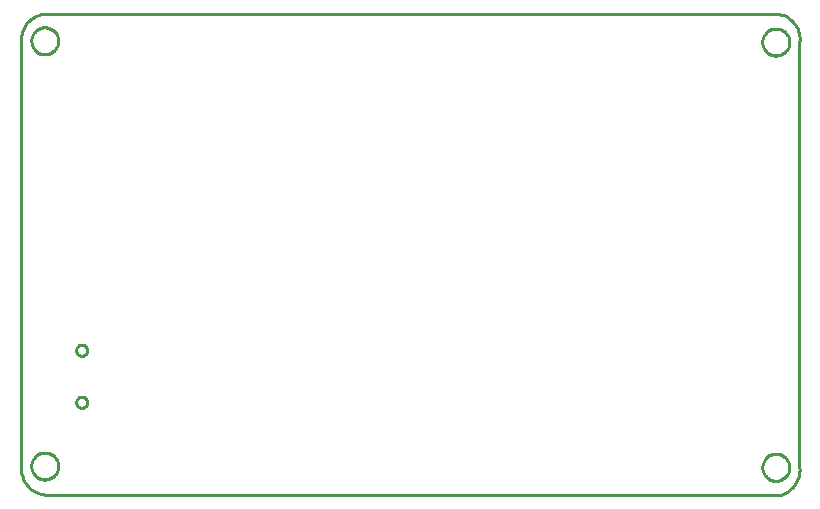
<source format=gbr>
G04 EAGLE Gerber X2 export*
%TF.Part,Single*%
%TF.FileFunction,Profile,NP*%
%TF.FilePolarity,Positive*%
%TF.GenerationSoftware,Autodesk,EAGLE,8.6.3*%
%TF.CreationDate,2023-08-17T09:39:48Z*%
G75*
%MOMM*%
%FSLAX34Y34*%
%LPD*%
%AMOC8*
5,1,8,0,0,1.08239X$1,22.5*%
G01*
%ADD10C,0.254000*%


D10*
X-108966Y21016D02*
X-109058Y19066D01*
X-108980Y17115D01*
X-108733Y15179D01*
X-108317Y13271D01*
X-107737Y11407D01*
X-106996Y9601D01*
X-106101Y7866D01*
X-105058Y6215D01*
X-103875Y4662D01*
X-102562Y3218D01*
X-101127Y1894D01*
X-99583Y700D01*
X-97940Y-355D01*
X-96212Y-1263D01*
X-94411Y-2017D01*
X-92551Y-2611D01*
X-90647Y-3040D01*
X-88712Y-3302D01*
X530254Y-3810D01*
X532144Y-3550D01*
X534005Y-3126D01*
X535821Y-2542D01*
X537580Y-1802D01*
X539267Y-911D01*
X540871Y124D01*
X542378Y1294D01*
X543777Y2591D01*
X545058Y4005D01*
X546211Y5526D01*
X547227Y7141D01*
X548098Y8839D01*
X548818Y10606D01*
X549382Y12429D01*
X549784Y14294D01*
X550022Y16187D01*
X550094Y18094D01*
X550000Y20000D01*
X550000Y380000D01*
X550139Y381886D01*
X550114Y383776D01*
X549924Y385657D01*
X549571Y387515D01*
X549057Y389334D01*
X548386Y391102D01*
X547564Y392805D01*
X546597Y394430D01*
X545492Y395964D01*
X544257Y397396D01*
X542902Y398715D01*
X541438Y399910D01*
X539874Y400974D01*
X538224Y401897D01*
X536500Y402673D01*
X534715Y403296D01*
X532882Y403761D01*
X531016Y404064D01*
X-88712Y404064D01*
X-90594Y403860D01*
X-92450Y403493D01*
X-94268Y402965D01*
X-96033Y402280D01*
X-97731Y401445D01*
X-99350Y400465D01*
X-100878Y399347D01*
X-102302Y398101D01*
X-103612Y396735D01*
X-104799Y395260D01*
X-105852Y393687D01*
X-106764Y392029D01*
X-107528Y390297D01*
X-108138Y388505D01*
X-108590Y386667D01*
X-108880Y384797D01*
X-109005Y382908D01*
X-108966Y381016D01*
X-108966Y21016D01*
X541430Y19551D02*
X541360Y18656D01*
X541219Y17768D01*
X541009Y16895D01*
X540732Y16041D01*
X540388Y15211D01*
X539980Y14411D01*
X539511Y13645D01*
X538983Y12918D01*
X538400Y12235D01*
X537765Y11600D01*
X537082Y11017D01*
X536355Y10489D01*
X535589Y10020D01*
X534789Y9612D01*
X533959Y9268D01*
X533105Y8991D01*
X532232Y8781D01*
X531345Y8640D01*
X530449Y8570D01*
X529551Y8570D01*
X528656Y8640D01*
X527768Y8781D01*
X526895Y8991D01*
X526041Y9268D01*
X525211Y9612D01*
X524411Y10020D01*
X523645Y10489D01*
X522918Y11017D01*
X522235Y11600D01*
X521600Y12235D01*
X521017Y12918D01*
X520489Y13645D01*
X520020Y14411D01*
X519612Y15211D01*
X519268Y16041D01*
X518991Y16895D01*
X518781Y17768D01*
X518640Y18656D01*
X518570Y19551D01*
X518570Y20449D01*
X518640Y21345D01*
X518781Y22232D01*
X518991Y23105D01*
X519268Y23959D01*
X519612Y24789D01*
X520020Y25589D01*
X520489Y26355D01*
X521017Y27082D01*
X521600Y27765D01*
X522235Y28400D01*
X522918Y28983D01*
X523645Y29511D01*
X524411Y29980D01*
X525211Y30388D01*
X526041Y30732D01*
X526895Y31009D01*
X527768Y31219D01*
X528656Y31360D01*
X529551Y31430D01*
X530449Y31430D01*
X531345Y31360D01*
X532232Y31219D01*
X533105Y31009D01*
X533959Y30732D01*
X534789Y30388D01*
X535589Y29980D01*
X536355Y29511D01*
X537082Y28983D01*
X537765Y28400D01*
X538400Y27765D01*
X538983Y27082D01*
X539511Y26355D01*
X539980Y25589D01*
X540388Y24789D01*
X540732Y23959D01*
X541009Y23105D01*
X541219Y22232D01*
X541360Y21345D01*
X541430Y20449D01*
X541430Y19551D01*
X541430Y379551D02*
X541360Y378656D01*
X541219Y377768D01*
X541009Y376895D01*
X540732Y376041D01*
X540388Y375211D01*
X539980Y374411D01*
X539511Y373645D01*
X538983Y372918D01*
X538400Y372235D01*
X537765Y371600D01*
X537082Y371017D01*
X536355Y370489D01*
X535589Y370020D01*
X534789Y369612D01*
X533959Y369268D01*
X533105Y368991D01*
X532232Y368781D01*
X531345Y368640D01*
X530449Y368570D01*
X529551Y368570D01*
X528656Y368640D01*
X527768Y368781D01*
X526895Y368991D01*
X526041Y369268D01*
X525211Y369612D01*
X524411Y370020D01*
X523645Y370489D01*
X522918Y371017D01*
X522235Y371600D01*
X521600Y372235D01*
X521017Y372918D01*
X520489Y373645D01*
X520020Y374411D01*
X519612Y375211D01*
X519268Y376041D01*
X518991Y376895D01*
X518781Y377768D01*
X518640Y378656D01*
X518570Y379551D01*
X518570Y380449D01*
X518640Y381345D01*
X518781Y382232D01*
X518991Y383105D01*
X519268Y383959D01*
X519612Y384789D01*
X520020Y385589D01*
X520489Y386355D01*
X521017Y387082D01*
X521600Y387765D01*
X522235Y388400D01*
X522918Y388983D01*
X523645Y389511D01*
X524411Y389980D01*
X525211Y390388D01*
X526041Y390732D01*
X526895Y391009D01*
X527768Y391219D01*
X528656Y391360D01*
X529551Y391430D01*
X530449Y391430D01*
X531345Y391360D01*
X532232Y391219D01*
X533105Y391009D01*
X533959Y390732D01*
X534789Y390388D01*
X535589Y389980D01*
X536355Y389511D01*
X537082Y388983D01*
X537765Y388400D01*
X538400Y387765D01*
X538983Y387082D01*
X539511Y386355D01*
X539980Y385589D01*
X540388Y384789D01*
X540732Y383959D01*
X541009Y383105D01*
X541219Y382232D01*
X541360Y381345D01*
X541430Y380449D01*
X541430Y379551D01*
X-77536Y20567D02*
X-77606Y19672D01*
X-77747Y18784D01*
X-77957Y17911D01*
X-78234Y17057D01*
X-78578Y16227D01*
X-78986Y15427D01*
X-79455Y14661D01*
X-79983Y13934D01*
X-80566Y13251D01*
X-81201Y12616D01*
X-81884Y12033D01*
X-82611Y11505D01*
X-83377Y11036D01*
X-84177Y10628D01*
X-85007Y10284D01*
X-85861Y10007D01*
X-86734Y9797D01*
X-87622Y9656D01*
X-88517Y9586D01*
X-89415Y9586D01*
X-90311Y9656D01*
X-91198Y9797D01*
X-92071Y10007D01*
X-92925Y10284D01*
X-93755Y10628D01*
X-94555Y11036D01*
X-95321Y11505D01*
X-96048Y12033D01*
X-96731Y12616D01*
X-97366Y13251D01*
X-97949Y13934D01*
X-98477Y14661D01*
X-98946Y15427D01*
X-99354Y16227D01*
X-99698Y17057D01*
X-99975Y17911D01*
X-100185Y18784D01*
X-100326Y19672D01*
X-100396Y20567D01*
X-100396Y21465D01*
X-100326Y22361D01*
X-100185Y23248D01*
X-99975Y24121D01*
X-99698Y24975D01*
X-99354Y25805D01*
X-98946Y26605D01*
X-98477Y27371D01*
X-97949Y28098D01*
X-97366Y28781D01*
X-96731Y29416D01*
X-96048Y29999D01*
X-95321Y30527D01*
X-94555Y30996D01*
X-93755Y31404D01*
X-92925Y31748D01*
X-92071Y32025D01*
X-91198Y32235D01*
X-90311Y32376D01*
X-89415Y32446D01*
X-88517Y32446D01*
X-87622Y32376D01*
X-86734Y32235D01*
X-85861Y32025D01*
X-85007Y31748D01*
X-84177Y31404D01*
X-83377Y30996D01*
X-82611Y30527D01*
X-81884Y29999D01*
X-81201Y29416D01*
X-80566Y28781D01*
X-79983Y28098D01*
X-79455Y27371D01*
X-78986Y26605D01*
X-78578Y25805D01*
X-78234Y24975D01*
X-77957Y24121D01*
X-77747Y23248D01*
X-77606Y22361D01*
X-77536Y21465D01*
X-77536Y20567D01*
X-77536Y380567D02*
X-77606Y379672D01*
X-77747Y378784D01*
X-77957Y377911D01*
X-78234Y377057D01*
X-78578Y376227D01*
X-78986Y375427D01*
X-79455Y374661D01*
X-79983Y373934D01*
X-80566Y373251D01*
X-81201Y372616D01*
X-81884Y372033D01*
X-82611Y371505D01*
X-83377Y371036D01*
X-84177Y370628D01*
X-85007Y370284D01*
X-85861Y370007D01*
X-86734Y369797D01*
X-87622Y369656D01*
X-88517Y369586D01*
X-89415Y369586D01*
X-90311Y369656D01*
X-91198Y369797D01*
X-92071Y370007D01*
X-92925Y370284D01*
X-93755Y370628D01*
X-94555Y371036D01*
X-95321Y371505D01*
X-96048Y372033D01*
X-96731Y372616D01*
X-97366Y373251D01*
X-97949Y373934D01*
X-98477Y374661D01*
X-98946Y375427D01*
X-99354Y376227D01*
X-99698Y377057D01*
X-99975Y377911D01*
X-100185Y378784D01*
X-100326Y379672D01*
X-100396Y380567D01*
X-100396Y381465D01*
X-100326Y382361D01*
X-100185Y383248D01*
X-99975Y384121D01*
X-99698Y384975D01*
X-99354Y385805D01*
X-98946Y386605D01*
X-98477Y387371D01*
X-97949Y388098D01*
X-97366Y388781D01*
X-96731Y389416D01*
X-96048Y389999D01*
X-95321Y390527D01*
X-94555Y390996D01*
X-93755Y391404D01*
X-92925Y391748D01*
X-92071Y392025D01*
X-91198Y392235D01*
X-90311Y392376D01*
X-89415Y392446D01*
X-88517Y392446D01*
X-87622Y392376D01*
X-86734Y392235D01*
X-85861Y392025D01*
X-85007Y391748D01*
X-84177Y391404D01*
X-83377Y390996D01*
X-82611Y390527D01*
X-81884Y389999D01*
X-81201Y389416D01*
X-80566Y388781D01*
X-79983Y388098D01*
X-79455Y387371D01*
X-78986Y386605D01*
X-78578Y385805D01*
X-78234Y384975D01*
X-77957Y384121D01*
X-77747Y383248D01*
X-77606Y382361D01*
X-77536Y381465D01*
X-77536Y380567D01*
X-57435Y79776D02*
X-56905Y79716D01*
X-56385Y79598D01*
X-55881Y79421D01*
X-55401Y79190D01*
X-54949Y78906D01*
X-54532Y78573D01*
X-54155Y78196D01*
X-53822Y77779D01*
X-53538Y77327D01*
X-53307Y76847D01*
X-53130Y76343D01*
X-53012Y75823D01*
X-52952Y75293D01*
X-52952Y74759D01*
X-53012Y74229D01*
X-53130Y73709D01*
X-53307Y73205D01*
X-53538Y72725D01*
X-53822Y72273D01*
X-54155Y71856D01*
X-54532Y71479D01*
X-54949Y71146D01*
X-55401Y70862D01*
X-55881Y70631D01*
X-56385Y70454D01*
X-56905Y70336D01*
X-57435Y70276D01*
X-57969Y70276D01*
X-58499Y70336D01*
X-59019Y70454D01*
X-59523Y70631D01*
X-60003Y70862D01*
X-60455Y71146D01*
X-60872Y71479D01*
X-61249Y71856D01*
X-61582Y72273D01*
X-61866Y72725D01*
X-62097Y73205D01*
X-62274Y73709D01*
X-62392Y74229D01*
X-62452Y74759D01*
X-62452Y75293D01*
X-62392Y75823D01*
X-62274Y76343D01*
X-62097Y76847D01*
X-61866Y77327D01*
X-61582Y77779D01*
X-61249Y78196D01*
X-60872Y78573D01*
X-60455Y78906D01*
X-60003Y79190D01*
X-59523Y79421D01*
X-59019Y79598D01*
X-58499Y79716D01*
X-57969Y79776D01*
X-57435Y79776D01*
X-57435Y123776D02*
X-56905Y123716D01*
X-56385Y123598D01*
X-55881Y123421D01*
X-55401Y123190D01*
X-54949Y122906D01*
X-54532Y122573D01*
X-54155Y122196D01*
X-53822Y121779D01*
X-53538Y121327D01*
X-53307Y120847D01*
X-53130Y120343D01*
X-53012Y119823D01*
X-52952Y119293D01*
X-52952Y118759D01*
X-53012Y118229D01*
X-53130Y117709D01*
X-53307Y117205D01*
X-53538Y116725D01*
X-53822Y116273D01*
X-54155Y115856D01*
X-54532Y115479D01*
X-54949Y115146D01*
X-55401Y114862D01*
X-55881Y114631D01*
X-56385Y114454D01*
X-56905Y114336D01*
X-57435Y114276D01*
X-57969Y114276D01*
X-58499Y114336D01*
X-59019Y114454D01*
X-59523Y114631D01*
X-60003Y114862D01*
X-60455Y115146D01*
X-60872Y115479D01*
X-61249Y115856D01*
X-61582Y116273D01*
X-61866Y116725D01*
X-62097Y117205D01*
X-62274Y117709D01*
X-62392Y118229D01*
X-62452Y118759D01*
X-62452Y119293D01*
X-62392Y119823D01*
X-62274Y120343D01*
X-62097Y120847D01*
X-61866Y121327D01*
X-61582Y121779D01*
X-61249Y122196D01*
X-60872Y122573D01*
X-60455Y122906D01*
X-60003Y123190D01*
X-59523Y123421D01*
X-59019Y123598D01*
X-58499Y123716D01*
X-57969Y123776D01*
X-57435Y123776D01*
M02*

</source>
